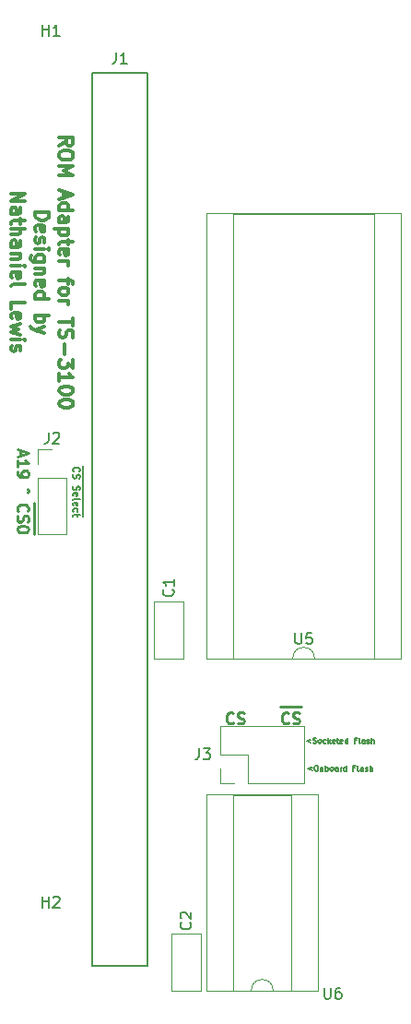
<source format=gto>
G04 #@! TF.GenerationSoftware,KiCad,Pcbnew,5.1.7*
G04 #@! TF.CreationDate,2020-11-27T22:32:44-08:00*
G04 #@! TF.ProjectId,PC104-ROM,50433130-342d-4524-9f4d-2e6b69636164,rev?*
G04 #@! TF.SameCoordinates,Original*
G04 #@! TF.FileFunction,Legend,Top*
G04 #@! TF.FilePolarity,Positive*
%FSLAX46Y46*%
G04 Gerber Fmt 4.6, Leading zero omitted, Abs format (unit mm)*
G04 Created by KiCad (PCBNEW 5.1.7) date 2020-11-27 22:32:44*
%MOMM*%
%LPD*%
G01*
G04 APERTURE LIST*
%ADD10C,0.127000*%
%ADD11C,0.254000*%
%ADD12C,0.300000*%
%ADD13C,0.120000*%
%ADD14C,0.150000*%
G04 APERTURE END LIST*
D10*
X134162800Y-96795166D02*
X134162800Y-97430166D01*
X133313714Y-97309214D02*
X133283476Y-97278976D01*
X133253238Y-97188261D01*
X133253238Y-97127785D01*
X133283476Y-97037071D01*
X133343952Y-96976595D01*
X133404428Y-96946357D01*
X133525380Y-96916119D01*
X133616095Y-96916119D01*
X133737047Y-96946357D01*
X133797523Y-96976595D01*
X133858000Y-97037071D01*
X133888238Y-97127785D01*
X133888238Y-97188261D01*
X133858000Y-97278976D01*
X133827761Y-97309214D01*
X134162800Y-97430166D02*
X134162800Y-98034928D01*
X133283476Y-97551119D02*
X133253238Y-97641833D01*
X133253238Y-97793023D01*
X133283476Y-97853500D01*
X133313714Y-97883738D01*
X133374190Y-97913976D01*
X133434666Y-97913976D01*
X133495142Y-97883738D01*
X133525380Y-97853500D01*
X133555619Y-97793023D01*
X133585857Y-97672071D01*
X133616095Y-97611595D01*
X133646333Y-97581357D01*
X133706809Y-97551119D01*
X133767285Y-97551119D01*
X133827761Y-97581357D01*
X133858000Y-97611595D01*
X133888238Y-97672071D01*
X133888238Y-97823261D01*
X133858000Y-97913976D01*
X134162800Y-98034928D02*
X134162800Y-98518738D01*
X134162800Y-98518738D02*
X134162800Y-99123500D01*
X133283476Y-98639690D02*
X133253238Y-98730404D01*
X133253238Y-98881595D01*
X133283476Y-98942071D01*
X133313714Y-98972309D01*
X133374190Y-99002547D01*
X133434666Y-99002547D01*
X133495142Y-98972309D01*
X133525380Y-98942071D01*
X133555619Y-98881595D01*
X133585857Y-98760642D01*
X133616095Y-98700166D01*
X133646333Y-98669928D01*
X133706809Y-98639690D01*
X133767285Y-98639690D01*
X133827761Y-98669928D01*
X133858000Y-98700166D01*
X133888238Y-98760642D01*
X133888238Y-98911833D01*
X133858000Y-99002547D01*
X134162800Y-99123500D02*
X134162800Y-99667785D01*
X133283476Y-99516595D02*
X133253238Y-99456119D01*
X133253238Y-99335166D01*
X133283476Y-99274690D01*
X133343952Y-99244452D01*
X133585857Y-99244452D01*
X133646333Y-99274690D01*
X133676571Y-99335166D01*
X133676571Y-99456119D01*
X133646333Y-99516595D01*
X133585857Y-99546833D01*
X133525380Y-99546833D01*
X133464904Y-99244452D01*
X134162800Y-99667785D02*
X134162800Y-100000404D01*
X133253238Y-99909690D02*
X133283476Y-99849214D01*
X133343952Y-99818976D01*
X133888238Y-99818976D01*
X134162800Y-100000404D02*
X134162800Y-100544690D01*
X133283476Y-100393500D02*
X133253238Y-100333023D01*
X133253238Y-100212071D01*
X133283476Y-100151595D01*
X133343952Y-100121357D01*
X133585857Y-100121357D01*
X133646333Y-100151595D01*
X133676571Y-100212071D01*
X133676571Y-100333023D01*
X133646333Y-100393500D01*
X133585857Y-100423738D01*
X133525380Y-100423738D01*
X133464904Y-100121357D01*
X134162800Y-100544690D02*
X134162800Y-101088976D01*
X133283476Y-100968023D02*
X133253238Y-100907547D01*
X133253238Y-100786595D01*
X133283476Y-100726119D01*
X133313714Y-100695880D01*
X133374190Y-100665642D01*
X133555619Y-100665642D01*
X133616095Y-100695880D01*
X133646333Y-100726119D01*
X133676571Y-100786595D01*
X133676571Y-100907547D01*
X133646333Y-100968023D01*
X134162800Y-101088976D02*
X134162800Y-101451833D01*
X133676571Y-101149452D02*
X133676571Y-101391357D01*
X133888238Y-101240166D02*
X133343952Y-101240166D01*
X133283476Y-101270404D01*
X133253238Y-101330880D01*
X133253238Y-101391357D01*
X155209119Y-124414642D02*
X154822071Y-124559785D01*
X155209119Y-124704928D01*
X155547785Y-124245309D02*
X155644547Y-124245309D01*
X155692928Y-124269500D01*
X155741309Y-124317880D01*
X155765500Y-124414642D01*
X155765500Y-124583976D01*
X155741309Y-124680738D01*
X155692928Y-124729119D01*
X155644547Y-124753309D01*
X155547785Y-124753309D01*
X155499404Y-124729119D01*
X155451023Y-124680738D01*
X155426833Y-124583976D01*
X155426833Y-124414642D01*
X155451023Y-124317880D01*
X155499404Y-124269500D01*
X155547785Y-124245309D01*
X155983214Y-124414642D02*
X155983214Y-124753309D01*
X155983214Y-124463023D02*
X156007404Y-124438833D01*
X156055785Y-124414642D01*
X156128357Y-124414642D01*
X156176738Y-124438833D01*
X156200928Y-124487214D01*
X156200928Y-124753309D01*
X156442833Y-124753309D02*
X156442833Y-124245309D01*
X156442833Y-124438833D02*
X156491214Y-124414642D01*
X156587976Y-124414642D01*
X156636357Y-124438833D01*
X156660547Y-124463023D01*
X156684738Y-124511404D01*
X156684738Y-124656547D01*
X156660547Y-124704928D01*
X156636357Y-124729119D01*
X156587976Y-124753309D01*
X156491214Y-124753309D01*
X156442833Y-124729119D01*
X156975023Y-124753309D02*
X156926642Y-124729119D01*
X156902452Y-124704928D01*
X156878261Y-124656547D01*
X156878261Y-124511404D01*
X156902452Y-124463023D01*
X156926642Y-124438833D01*
X156975023Y-124414642D01*
X157047595Y-124414642D01*
X157095976Y-124438833D01*
X157120166Y-124463023D01*
X157144357Y-124511404D01*
X157144357Y-124656547D01*
X157120166Y-124704928D01*
X157095976Y-124729119D01*
X157047595Y-124753309D01*
X156975023Y-124753309D01*
X157579785Y-124753309D02*
X157579785Y-124487214D01*
X157555595Y-124438833D01*
X157507214Y-124414642D01*
X157410452Y-124414642D01*
X157362071Y-124438833D01*
X157579785Y-124729119D02*
X157531404Y-124753309D01*
X157410452Y-124753309D01*
X157362071Y-124729119D01*
X157337880Y-124680738D01*
X157337880Y-124632357D01*
X157362071Y-124583976D01*
X157410452Y-124559785D01*
X157531404Y-124559785D01*
X157579785Y-124535595D01*
X157821690Y-124753309D02*
X157821690Y-124414642D01*
X157821690Y-124511404D02*
X157845880Y-124463023D01*
X157870071Y-124438833D01*
X157918452Y-124414642D01*
X157966833Y-124414642D01*
X158353880Y-124753309D02*
X158353880Y-124245309D01*
X158353880Y-124729119D02*
X158305500Y-124753309D01*
X158208738Y-124753309D01*
X158160357Y-124729119D01*
X158136166Y-124704928D01*
X158111976Y-124656547D01*
X158111976Y-124511404D01*
X158136166Y-124463023D01*
X158160357Y-124438833D01*
X158208738Y-124414642D01*
X158305500Y-124414642D01*
X158353880Y-124438833D01*
X159152166Y-124487214D02*
X158982833Y-124487214D01*
X158982833Y-124753309D02*
X158982833Y-124245309D01*
X159224738Y-124245309D01*
X159490833Y-124753309D02*
X159442452Y-124729119D01*
X159418261Y-124680738D01*
X159418261Y-124245309D01*
X159902071Y-124753309D02*
X159902071Y-124487214D01*
X159877880Y-124438833D01*
X159829500Y-124414642D01*
X159732738Y-124414642D01*
X159684357Y-124438833D01*
X159902071Y-124729119D02*
X159853690Y-124753309D01*
X159732738Y-124753309D01*
X159684357Y-124729119D01*
X159660166Y-124680738D01*
X159660166Y-124632357D01*
X159684357Y-124583976D01*
X159732738Y-124559785D01*
X159853690Y-124559785D01*
X159902071Y-124535595D01*
X160119785Y-124729119D02*
X160168166Y-124753309D01*
X160264928Y-124753309D01*
X160313309Y-124729119D01*
X160337500Y-124680738D01*
X160337500Y-124656547D01*
X160313309Y-124608166D01*
X160264928Y-124583976D01*
X160192357Y-124583976D01*
X160143976Y-124559785D01*
X160119785Y-124511404D01*
X160119785Y-124487214D01*
X160143976Y-124438833D01*
X160192357Y-124414642D01*
X160264928Y-124414642D01*
X160313309Y-124438833D01*
X160555214Y-124753309D02*
X160555214Y-124245309D01*
X160772928Y-124753309D02*
X160772928Y-124487214D01*
X160748738Y-124438833D01*
X160700357Y-124414642D01*
X160627785Y-124414642D01*
X160579404Y-124438833D01*
X160555214Y-124463023D01*
X155076071Y-121874642D02*
X154689023Y-122019785D01*
X155076071Y-122164928D01*
X155293785Y-122189119D02*
X155366357Y-122213309D01*
X155487309Y-122213309D01*
X155535690Y-122189119D01*
X155559880Y-122164928D01*
X155584071Y-122116547D01*
X155584071Y-122068166D01*
X155559880Y-122019785D01*
X155535690Y-121995595D01*
X155487309Y-121971404D01*
X155390547Y-121947214D01*
X155342166Y-121923023D01*
X155317976Y-121898833D01*
X155293785Y-121850452D01*
X155293785Y-121802071D01*
X155317976Y-121753690D01*
X155342166Y-121729500D01*
X155390547Y-121705309D01*
X155511500Y-121705309D01*
X155584071Y-121729500D01*
X155874357Y-122213309D02*
X155825976Y-122189119D01*
X155801785Y-122164928D01*
X155777595Y-122116547D01*
X155777595Y-121971404D01*
X155801785Y-121923023D01*
X155825976Y-121898833D01*
X155874357Y-121874642D01*
X155946928Y-121874642D01*
X155995309Y-121898833D01*
X156019500Y-121923023D01*
X156043690Y-121971404D01*
X156043690Y-122116547D01*
X156019500Y-122164928D01*
X155995309Y-122189119D01*
X155946928Y-122213309D01*
X155874357Y-122213309D01*
X156479119Y-122189119D02*
X156430738Y-122213309D01*
X156333976Y-122213309D01*
X156285595Y-122189119D01*
X156261404Y-122164928D01*
X156237214Y-122116547D01*
X156237214Y-121971404D01*
X156261404Y-121923023D01*
X156285595Y-121898833D01*
X156333976Y-121874642D01*
X156430738Y-121874642D01*
X156479119Y-121898833D01*
X156696833Y-122213309D02*
X156696833Y-121705309D01*
X156745214Y-122019785D02*
X156890357Y-122213309D01*
X156890357Y-121874642D02*
X156696833Y-122068166D01*
X157301595Y-122189119D02*
X157253214Y-122213309D01*
X157156452Y-122213309D01*
X157108071Y-122189119D01*
X157083880Y-122140738D01*
X157083880Y-121947214D01*
X157108071Y-121898833D01*
X157156452Y-121874642D01*
X157253214Y-121874642D01*
X157301595Y-121898833D01*
X157325785Y-121947214D01*
X157325785Y-121995595D01*
X157083880Y-122043976D01*
X157470928Y-121874642D02*
X157664452Y-121874642D01*
X157543500Y-121705309D02*
X157543500Y-122140738D01*
X157567690Y-122189119D01*
X157616071Y-122213309D01*
X157664452Y-122213309D01*
X158027309Y-122189119D02*
X157978928Y-122213309D01*
X157882166Y-122213309D01*
X157833785Y-122189119D01*
X157809595Y-122140738D01*
X157809595Y-121947214D01*
X157833785Y-121898833D01*
X157882166Y-121874642D01*
X157978928Y-121874642D01*
X158027309Y-121898833D01*
X158051500Y-121947214D01*
X158051500Y-121995595D01*
X157809595Y-122043976D01*
X158486928Y-122213309D02*
X158486928Y-121705309D01*
X158486928Y-122189119D02*
X158438547Y-122213309D01*
X158341785Y-122213309D01*
X158293404Y-122189119D01*
X158269214Y-122164928D01*
X158245023Y-122116547D01*
X158245023Y-121971404D01*
X158269214Y-121923023D01*
X158293404Y-121898833D01*
X158341785Y-121874642D01*
X158438547Y-121874642D01*
X158486928Y-121898833D01*
X159285214Y-121947214D02*
X159115880Y-121947214D01*
X159115880Y-122213309D02*
X159115880Y-121705309D01*
X159357785Y-121705309D01*
X159623880Y-122213309D02*
X159575500Y-122189119D01*
X159551309Y-122140738D01*
X159551309Y-121705309D01*
X160035119Y-122213309D02*
X160035119Y-121947214D01*
X160010928Y-121898833D01*
X159962547Y-121874642D01*
X159865785Y-121874642D01*
X159817404Y-121898833D01*
X160035119Y-122189119D02*
X159986738Y-122213309D01*
X159865785Y-122213309D01*
X159817404Y-122189119D01*
X159793214Y-122140738D01*
X159793214Y-122092357D01*
X159817404Y-122043976D01*
X159865785Y-122019785D01*
X159986738Y-122019785D01*
X160035119Y-121995595D01*
X160252833Y-122189119D02*
X160301214Y-122213309D01*
X160397976Y-122213309D01*
X160446357Y-122189119D01*
X160470547Y-122140738D01*
X160470547Y-122116547D01*
X160446357Y-122068166D01*
X160397976Y-122043976D01*
X160325404Y-122043976D01*
X160277023Y-122019785D01*
X160252833Y-121971404D01*
X160252833Y-121947214D01*
X160277023Y-121898833D01*
X160325404Y-121874642D01*
X160397976Y-121874642D01*
X160446357Y-121898833D01*
X160688261Y-122213309D02*
X160688261Y-121705309D01*
X160905976Y-122213309D02*
X160905976Y-121947214D01*
X160881785Y-121898833D01*
X160833404Y-121874642D01*
X160760833Y-121874642D01*
X160712452Y-121898833D01*
X160688261Y-121923023D01*
D11*
X147976166Y-120314357D02*
X147927785Y-120362738D01*
X147782642Y-120411119D01*
X147685880Y-120411119D01*
X147540738Y-120362738D01*
X147443976Y-120265976D01*
X147395595Y-120169214D01*
X147347214Y-119975690D01*
X147347214Y-119830547D01*
X147395595Y-119637023D01*
X147443976Y-119540261D01*
X147540738Y-119443500D01*
X147685880Y-119395119D01*
X147782642Y-119395119D01*
X147927785Y-119443500D01*
X147976166Y-119491880D01*
X148363214Y-120362738D02*
X148508357Y-120411119D01*
X148750261Y-120411119D01*
X148847023Y-120362738D01*
X148895404Y-120314357D01*
X148943785Y-120217595D01*
X148943785Y-120120833D01*
X148895404Y-120024071D01*
X148847023Y-119975690D01*
X148750261Y-119927309D01*
X148556738Y-119878928D01*
X148459976Y-119830547D01*
X148411595Y-119782166D01*
X148363214Y-119685404D01*
X148363214Y-119588642D01*
X148411595Y-119491880D01*
X148459976Y-119443500D01*
X148556738Y-119395119D01*
X148798642Y-119395119D01*
X148943785Y-119443500D01*
X152233690Y-118889780D02*
X153249690Y-118889780D01*
X153056166Y-120314357D02*
X153007785Y-120362738D01*
X152862642Y-120411119D01*
X152765880Y-120411119D01*
X152620738Y-120362738D01*
X152523976Y-120265976D01*
X152475595Y-120169214D01*
X152427214Y-119975690D01*
X152427214Y-119830547D01*
X152475595Y-119637023D01*
X152523976Y-119540261D01*
X152620738Y-119443500D01*
X152765880Y-119395119D01*
X152862642Y-119395119D01*
X153007785Y-119443500D01*
X153056166Y-119491880D01*
X153249690Y-118889780D02*
X154217309Y-118889780D01*
X153443214Y-120362738D02*
X153588357Y-120411119D01*
X153830261Y-120411119D01*
X153927023Y-120362738D01*
X153975404Y-120314357D01*
X154023785Y-120217595D01*
X154023785Y-120120833D01*
X153975404Y-120024071D01*
X153927023Y-119975690D01*
X153830261Y-119927309D01*
X153636738Y-119878928D01*
X153539976Y-119830547D01*
X153491595Y-119782166D01*
X153443214Y-119685404D01*
X153443214Y-119588642D01*
X153491595Y-119491880D01*
X153539976Y-119443500D01*
X153636738Y-119395119D01*
X153878642Y-119395119D01*
X154023785Y-119443500D01*
X128418166Y-95373976D02*
X128418166Y-95857785D01*
X128127880Y-95277214D02*
X129143880Y-95615880D01*
X128127880Y-95954547D01*
X128127880Y-96825404D02*
X128127880Y-96244833D01*
X128127880Y-96535119D02*
X129143880Y-96535119D01*
X128998738Y-96438357D01*
X128901976Y-96341595D01*
X128853595Y-96244833D01*
X128127880Y-97309214D02*
X128127880Y-97502738D01*
X128176261Y-97599500D01*
X128224642Y-97647880D01*
X128369785Y-97744642D01*
X128563309Y-97793023D01*
X128950357Y-97793023D01*
X129047119Y-97744642D01*
X129095500Y-97696261D01*
X129143880Y-97599500D01*
X129143880Y-97405976D01*
X129095500Y-97309214D01*
X129047119Y-97260833D01*
X128950357Y-97212452D01*
X128708452Y-97212452D01*
X128611690Y-97260833D01*
X128563309Y-97309214D01*
X128514928Y-97405976D01*
X128514928Y-97599500D01*
X128563309Y-97696261D01*
X128611690Y-97744642D01*
X128708452Y-97793023D01*
X129047119Y-98857404D02*
X129192261Y-99050928D01*
X129047119Y-99244452D01*
X129649220Y-100115309D02*
X129649220Y-101131309D01*
X128224642Y-100937785D02*
X128176261Y-100889404D01*
X128127880Y-100744261D01*
X128127880Y-100647500D01*
X128176261Y-100502357D01*
X128273023Y-100405595D01*
X128369785Y-100357214D01*
X128563309Y-100308833D01*
X128708452Y-100308833D01*
X128901976Y-100357214D01*
X128998738Y-100405595D01*
X129095500Y-100502357D01*
X129143880Y-100647500D01*
X129143880Y-100744261D01*
X129095500Y-100889404D01*
X129047119Y-100937785D01*
X129649220Y-101131309D02*
X129649220Y-102098928D01*
X128176261Y-101324833D02*
X128127880Y-101469976D01*
X128127880Y-101711880D01*
X128176261Y-101808642D01*
X128224642Y-101857023D01*
X128321404Y-101905404D01*
X128418166Y-101905404D01*
X128514928Y-101857023D01*
X128563309Y-101808642D01*
X128611690Y-101711880D01*
X128660071Y-101518357D01*
X128708452Y-101421595D01*
X128756833Y-101373214D01*
X128853595Y-101324833D01*
X128950357Y-101324833D01*
X129047119Y-101373214D01*
X129095500Y-101421595D01*
X129143880Y-101518357D01*
X129143880Y-101760261D01*
X129095500Y-101905404D01*
X129649220Y-102098928D02*
X129649220Y-103066547D01*
X129143880Y-102534357D02*
X129143880Y-102631119D01*
X129095500Y-102727880D01*
X129047119Y-102776261D01*
X128950357Y-102824642D01*
X128756833Y-102873023D01*
X128514928Y-102873023D01*
X128321404Y-102824642D01*
X128224642Y-102776261D01*
X128176261Y-102727880D01*
X128127880Y-102631119D01*
X128127880Y-102534357D01*
X128176261Y-102437595D01*
X128224642Y-102389214D01*
X128321404Y-102340833D01*
X128514928Y-102292452D01*
X128756833Y-102292452D01*
X128950357Y-102340833D01*
X129047119Y-102389214D01*
X129095500Y-102437595D01*
X129143880Y-102534357D01*
D12*
X131995976Y-67352333D02*
X132600738Y-66929000D01*
X131995976Y-66626619D02*
X133265976Y-66626619D01*
X133265976Y-67110428D01*
X133205500Y-67231380D01*
X133145023Y-67291857D01*
X133024071Y-67352333D01*
X132842642Y-67352333D01*
X132721690Y-67291857D01*
X132661214Y-67231380D01*
X132600738Y-67110428D01*
X132600738Y-66626619D01*
X133265976Y-68138523D02*
X133265976Y-68380428D01*
X133205500Y-68501380D01*
X133084547Y-68622333D01*
X132842642Y-68682809D01*
X132419309Y-68682809D01*
X132177404Y-68622333D01*
X132056452Y-68501380D01*
X131995976Y-68380428D01*
X131995976Y-68138523D01*
X132056452Y-68017571D01*
X132177404Y-67896619D01*
X132419309Y-67836142D01*
X132842642Y-67836142D01*
X133084547Y-67896619D01*
X133205500Y-68017571D01*
X133265976Y-68138523D01*
X131995976Y-69227095D02*
X133265976Y-69227095D01*
X132358833Y-69650428D01*
X133265976Y-70073761D01*
X131995976Y-70073761D01*
X132358833Y-71585666D02*
X132358833Y-72190428D01*
X131995976Y-71464714D02*
X133265976Y-71888047D01*
X131995976Y-72311380D01*
X131995976Y-73279000D02*
X133265976Y-73279000D01*
X132056452Y-73279000D02*
X131995976Y-73158047D01*
X131995976Y-72916142D01*
X132056452Y-72795190D01*
X132116928Y-72734714D01*
X132237880Y-72674238D01*
X132600738Y-72674238D01*
X132721690Y-72734714D01*
X132782166Y-72795190D01*
X132842642Y-72916142D01*
X132842642Y-73158047D01*
X132782166Y-73279000D01*
X131995976Y-74428047D02*
X132661214Y-74428047D01*
X132782166Y-74367571D01*
X132842642Y-74246619D01*
X132842642Y-74004714D01*
X132782166Y-73883761D01*
X132056452Y-74428047D02*
X131995976Y-74307095D01*
X131995976Y-74004714D01*
X132056452Y-73883761D01*
X132177404Y-73823285D01*
X132298357Y-73823285D01*
X132419309Y-73883761D01*
X132479785Y-74004714D01*
X132479785Y-74307095D01*
X132540261Y-74428047D01*
X132842642Y-75032809D02*
X131572642Y-75032809D01*
X132782166Y-75032809D02*
X132842642Y-75153761D01*
X132842642Y-75395666D01*
X132782166Y-75516619D01*
X132721690Y-75577095D01*
X132600738Y-75637571D01*
X132237880Y-75637571D01*
X132116928Y-75577095D01*
X132056452Y-75516619D01*
X131995976Y-75395666D01*
X131995976Y-75153761D01*
X132056452Y-75032809D01*
X132842642Y-76000428D02*
X132842642Y-76484238D01*
X133265976Y-76181857D02*
X132177404Y-76181857D01*
X132056452Y-76242333D01*
X131995976Y-76363285D01*
X131995976Y-76484238D01*
X132056452Y-77391380D02*
X131995976Y-77270428D01*
X131995976Y-77028523D01*
X132056452Y-76907571D01*
X132177404Y-76847095D01*
X132661214Y-76847095D01*
X132782166Y-76907571D01*
X132842642Y-77028523D01*
X132842642Y-77270428D01*
X132782166Y-77391380D01*
X132661214Y-77451857D01*
X132540261Y-77451857D01*
X132419309Y-76847095D01*
X131995976Y-77996142D02*
X132842642Y-77996142D01*
X132600738Y-77996142D02*
X132721690Y-78056619D01*
X132782166Y-78117095D01*
X132842642Y-78238047D01*
X132842642Y-78359000D01*
X132842642Y-79568523D02*
X132842642Y-80052333D01*
X131995976Y-79749952D02*
X133084547Y-79749952D01*
X133205500Y-79810428D01*
X133265976Y-79931380D01*
X133265976Y-80052333D01*
X131995976Y-80657095D02*
X132056452Y-80536142D01*
X132116928Y-80475666D01*
X132237880Y-80415190D01*
X132600738Y-80415190D01*
X132721690Y-80475666D01*
X132782166Y-80536142D01*
X132842642Y-80657095D01*
X132842642Y-80838523D01*
X132782166Y-80959476D01*
X132721690Y-81019952D01*
X132600738Y-81080428D01*
X132237880Y-81080428D01*
X132116928Y-81019952D01*
X132056452Y-80959476D01*
X131995976Y-80838523D01*
X131995976Y-80657095D01*
X131995976Y-81624714D02*
X132842642Y-81624714D01*
X132600738Y-81624714D02*
X132721690Y-81685190D01*
X132782166Y-81745666D01*
X132842642Y-81866619D01*
X132842642Y-81987571D01*
X133265976Y-83197095D02*
X133265976Y-83922809D01*
X131995976Y-83559952D02*
X133265976Y-83559952D01*
X132056452Y-84285666D02*
X131995976Y-84467095D01*
X131995976Y-84769476D01*
X132056452Y-84890428D01*
X132116928Y-84950904D01*
X132237880Y-85011380D01*
X132358833Y-85011380D01*
X132479785Y-84950904D01*
X132540261Y-84890428D01*
X132600738Y-84769476D01*
X132661214Y-84527571D01*
X132721690Y-84406619D01*
X132782166Y-84346142D01*
X132903119Y-84285666D01*
X133024071Y-84285666D01*
X133145023Y-84346142D01*
X133205500Y-84406619D01*
X133265976Y-84527571D01*
X133265976Y-84829952D01*
X133205500Y-85011380D01*
X132479785Y-85555666D02*
X132479785Y-86523285D01*
X133265976Y-87007095D02*
X133265976Y-87793285D01*
X132782166Y-87369952D01*
X132782166Y-87551380D01*
X132721690Y-87672333D01*
X132661214Y-87732809D01*
X132540261Y-87793285D01*
X132237880Y-87793285D01*
X132116928Y-87732809D01*
X132056452Y-87672333D01*
X131995976Y-87551380D01*
X131995976Y-87188523D01*
X132056452Y-87067571D01*
X132116928Y-87007095D01*
X131995976Y-89002809D02*
X131995976Y-88277095D01*
X131995976Y-88639952D02*
X133265976Y-88639952D01*
X133084547Y-88519000D01*
X132963595Y-88398047D01*
X132903119Y-88277095D01*
X133265976Y-89789000D02*
X133265976Y-89909952D01*
X133205500Y-90030904D01*
X133145023Y-90091380D01*
X133024071Y-90151857D01*
X132782166Y-90212333D01*
X132479785Y-90212333D01*
X132237880Y-90151857D01*
X132116928Y-90091380D01*
X132056452Y-90030904D01*
X131995976Y-89909952D01*
X131995976Y-89789000D01*
X132056452Y-89668047D01*
X132116928Y-89607571D01*
X132237880Y-89547095D01*
X132479785Y-89486619D01*
X132782166Y-89486619D01*
X133024071Y-89547095D01*
X133145023Y-89607571D01*
X133205500Y-89668047D01*
X133265976Y-89789000D01*
X133265976Y-90998523D02*
X133265976Y-91119476D01*
X133205500Y-91240428D01*
X133145023Y-91300904D01*
X133024071Y-91361380D01*
X132782166Y-91421857D01*
X132479785Y-91421857D01*
X132237880Y-91361380D01*
X132116928Y-91300904D01*
X132056452Y-91240428D01*
X131995976Y-91119476D01*
X131995976Y-90998523D01*
X132056452Y-90877571D01*
X132116928Y-90817095D01*
X132237880Y-90756619D01*
X132479785Y-90696142D01*
X132782166Y-90696142D01*
X133024071Y-90756619D01*
X133145023Y-90817095D01*
X133205500Y-90877571D01*
X133265976Y-90998523D01*
X129790976Y-73490666D02*
X131060976Y-73490666D01*
X131060976Y-73793047D01*
X131000500Y-73974476D01*
X130879547Y-74095428D01*
X130758595Y-74155904D01*
X130516690Y-74216380D01*
X130335261Y-74216380D01*
X130093357Y-74155904D01*
X129972404Y-74095428D01*
X129851452Y-73974476D01*
X129790976Y-73793047D01*
X129790976Y-73490666D01*
X129851452Y-75244476D02*
X129790976Y-75123523D01*
X129790976Y-74881619D01*
X129851452Y-74760666D01*
X129972404Y-74700190D01*
X130456214Y-74700190D01*
X130577166Y-74760666D01*
X130637642Y-74881619D01*
X130637642Y-75123523D01*
X130577166Y-75244476D01*
X130456214Y-75304952D01*
X130335261Y-75304952D01*
X130214309Y-74700190D01*
X129851452Y-75788761D02*
X129790976Y-75909714D01*
X129790976Y-76151619D01*
X129851452Y-76272571D01*
X129972404Y-76333047D01*
X130032880Y-76333047D01*
X130153833Y-76272571D01*
X130214309Y-76151619D01*
X130214309Y-75970190D01*
X130274785Y-75849238D01*
X130395738Y-75788761D01*
X130456214Y-75788761D01*
X130577166Y-75849238D01*
X130637642Y-75970190D01*
X130637642Y-76151619D01*
X130577166Y-76272571D01*
X129790976Y-76877333D02*
X130637642Y-76877333D01*
X131060976Y-76877333D02*
X131000500Y-76816857D01*
X130940023Y-76877333D01*
X131000500Y-76937809D01*
X131060976Y-76877333D01*
X130940023Y-76877333D01*
X130637642Y-78026380D02*
X129609547Y-78026380D01*
X129488595Y-77965904D01*
X129428119Y-77905428D01*
X129367642Y-77784476D01*
X129367642Y-77603047D01*
X129428119Y-77482095D01*
X129851452Y-78026380D02*
X129790976Y-77905428D01*
X129790976Y-77663523D01*
X129851452Y-77542571D01*
X129911928Y-77482095D01*
X130032880Y-77421619D01*
X130395738Y-77421619D01*
X130516690Y-77482095D01*
X130577166Y-77542571D01*
X130637642Y-77663523D01*
X130637642Y-77905428D01*
X130577166Y-78026380D01*
X130637642Y-78631142D02*
X129790976Y-78631142D01*
X130516690Y-78631142D02*
X130577166Y-78691619D01*
X130637642Y-78812571D01*
X130637642Y-78994000D01*
X130577166Y-79114952D01*
X130456214Y-79175428D01*
X129790976Y-79175428D01*
X129851452Y-80264000D02*
X129790976Y-80143047D01*
X129790976Y-79901142D01*
X129851452Y-79780190D01*
X129972404Y-79719714D01*
X130456214Y-79719714D01*
X130577166Y-79780190D01*
X130637642Y-79901142D01*
X130637642Y-80143047D01*
X130577166Y-80264000D01*
X130456214Y-80324476D01*
X130335261Y-80324476D01*
X130214309Y-79719714D01*
X129790976Y-81413047D02*
X131060976Y-81413047D01*
X129851452Y-81413047D02*
X129790976Y-81292095D01*
X129790976Y-81050190D01*
X129851452Y-80929238D01*
X129911928Y-80868761D01*
X130032880Y-80808285D01*
X130395738Y-80808285D01*
X130516690Y-80868761D01*
X130577166Y-80929238D01*
X130637642Y-81050190D01*
X130637642Y-81292095D01*
X130577166Y-81413047D01*
X129790976Y-82985428D02*
X131060976Y-82985428D01*
X130577166Y-82985428D02*
X130637642Y-83106380D01*
X130637642Y-83348285D01*
X130577166Y-83469238D01*
X130516690Y-83529714D01*
X130395738Y-83590190D01*
X130032880Y-83590190D01*
X129911928Y-83529714D01*
X129851452Y-83469238D01*
X129790976Y-83348285D01*
X129790976Y-83106380D01*
X129851452Y-82985428D01*
X130637642Y-84013523D02*
X129790976Y-84315904D01*
X130637642Y-84618285D02*
X129790976Y-84315904D01*
X129488595Y-84194952D01*
X129428119Y-84134476D01*
X129367642Y-84013523D01*
X127585976Y-71767095D02*
X128855976Y-71767095D01*
X127585976Y-72492809D01*
X128855976Y-72492809D01*
X127585976Y-73641857D02*
X128251214Y-73641857D01*
X128372166Y-73581380D01*
X128432642Y-73460428D01*
X128432642Y-73218523D01*
X128372166Y-73097571D01*
X127646452Y-73641857D02*
X127585976Y-73520904D01*
X127585976Y-73218523D01*
X127646452Y-73097571D01*
X127767404Y-73037095D01*
X127888357Y-73037095D01*
X128009309Y-73097571D01*
X128069785Y-73218523D01*
X128069785Y-73520904D01*
X128130261Y-73641857D01*
X128432642Y-74065190D02*
X128432642Y-74549000D01*
X128855976Y-74246619D02*
X127767404Y-74246619D01*
X127646452Y-74307095D01*
X127585976Y-74428047D01*
X127585976Y-74549000D01*
X127585976Y-74972333D02*
X128855976Y-74972333D01*
X127585976Y-75516619D02*
X128251214Y-75516619D01*
X128372166Y-75456142D01*
X128432642Y-75335190D01*
X128432642Y-75153761D01*
X128372166Y-75032809D01*
X128311690Y-74972333D01*
X127585976Y-76665666D02*
X128251214Y-76665666D01*
X128372166Y-76605190D01*
X128432642Y-76484238D01*
X128432642Y-76242333D01*
X128372166Y-76121380D01*
X127646452Y-76665666D02*
X127585976Y-76544714D01*
X127585976Y-76242333D01*
X127646452Y-76121380D01*
X127767404Y-76060904D01*
X127888357Y-76060904D01*
X128009309Y-76121380D01*
X128069785Y-76242333D01*
X128069785Y-76544714D01*
X128130261Y-76665666D01*
X128432642Y-77270428D02*
X127585976Y-77270428D01*
X128311690Y-77270428D02*
X128372166Y-77330904D01*
X128432642Y-77451857D01*
X128432642Y-77633285D01*
X128372166Y-77754238D01*
X128251214Y-77814714D01*
X127585976Y-77814714D01*
X127585976Y-78419476D02*
X128432642Y-78419476D01*
X128855976Y-78419476D02*
X128795500Y-78359000D01*
X128735023Y-78419476D01*
X128795500Y-78479952D01*
X128855976Y-78419476D01*
X128735023Y-78419476D01*
X127646452Y-79508047D02*
X127585976Y-79387095D01*
X127585976Y-79145190D01*
X127646452Y-79024238D01*
X127767404Y-78963761D01*
X128251214Y-78963761D01*
X128372166Y-79024238D01*
X128432642Y-79145190D01*
X128432642Y-79387095D01*
X128372166Y-79508047D01*
X128251214Y-79568523D01*
X128130261Y-79568523D01*
X128009309Y-78963761D01*
X127585976Y-80294238D02*
X127646452Y-80173285D01*
X127767404Y-80112809D01*
X128855976Y-80112809D01*
X127585976Y-82350428D02*
X127585976Y-81745666D01*
X128855976Y-81745666D01*
X127646452Y-83257571D02*
X127585976Y-83136619D01*
X127585976Y-82894714D01*
X127646452Y-82773761D01*
X127767404Y-82713285D01*
X128251214Y-82713285D01*
X128372166Y-82773761D01*
X128432642Y-82894714D01*
X128432642Y-83136619D01*
X128372166Y-83257571D01*
X128251214Y-83318047D01*
X128130261Y-83318047D01*
X128009309Y-82713285D01*
X128432642Y-83741380D02*
X127585976Y-83983285D01*
X128190738Y-84225190D01*
X127585976Y-84467095D01*
X128432642Y-84709000D01*
X127585976Y-85192809D02*
X128432642Y-85192809D01*
X128855976Y-85192809D02*
X128795500Y-85132333D01*
X128735023Y-85192809D01*
X128795500Y-85253285D01*
X128855976Y-85192809D01*
X128735023Y-85192809D01*
X127646452Y-85737095D02*
X127585976Y-85858047D01*
X127585976Y-86099952D01*
X127646452Y-86220904D01*
X127767404Y-86281380D01*
X127827880Y-86281380D01*
X127948833Y-86220904D01*
X128009309Y-86099952D01*
X128009309Y-85918523D01*
X128069785Y-85797571D01*
X128190738Y-85737095D01*
X128251214Y-85737095D01*
X128372166Y-85797571D01*
X128432642Y-85918523D01*
X128432642Y-86099952D01*
X128372166Y-86220904D01*
D13*
X142267000Y-144943500D02*
X142267000Y-139703500D01*
X145007000Y-144943500D02*
X145007000Y-139703500D01*
X142267000Y-144943500D02*
X145007000Y-144943500D01*
X142267000Y-139703500D02*
X145007000Y-139703500D01*
X140679500Y-114487000D02*
X140679500Y-109247000D01*
X143419500Y-114487000D02*
X143419500Y-109247000D01*
X140679500Y-114487000D02*
X143419500Y-114487000D01*
X140679500Y-109247000D02*
X143419500Y-109247000D01*
X129988000Y-95253500D02*
X131318000Y-95253500D01*
X129988000Y-96583500D02*
X129988000Y-95253500D01*
X129988000Y-97853500D02*
X132648000Y-97853500D01*
X132648000Y-97853500D02*
X132648000Y-102993500D01*
X129988000Y-97853500D02*
X129988000Y-102993500D01*
X129988000Y-102993500D02*
X132648000Y-102993500D01*
X146752000Y-125853500D02*
X146752000Y-124523500D01*
X148082000Y-125853500D02*
X146752000Y-125853500D01*
X146752000Y-123253500D02*
X146752000Y-120653500D01*
X149352000Y-123253500D02*
X146752000Y-123253500D01*
X149352000Y-125853500D02*
X149352000Y-123253500D01*
X146752000Y-120653500D02*
X154492000Y-120653500D01*
X149352000Y-125853500D02*
X154492000Y-125853500D01*
X154492000Y-125853500D02*
X154492000Y-120653500D01*
X145482000Y-144963500D02*
X155762000Y-144963500D01*
X145482000Y-126943500D02*
X145482000Y-144963500D01*
X155762000Y-126943500D02*
X145482000Y-126943500D01*
X155762000Y-144963500D02*
X155762000Y-126943500D01*
X147972000Y-144903500D02*
X149622000Y-144903500D01*
X147972000Y-127003500D02*
X147972000Y-144903500D01*
X153272000Y-127003500D02*
X147972000Y-127003500D01*
X153272000Y-144903500D02*
X153272000Y-127003500D01*
X151622000Y-144903500D02*
X153272000Y-144903500D01*
X149622000Y-144903500D02*
G75*
G02*
X151622000Y-144903500I1000000J0D01*
G01*
X145482000Y-114483500D02*
X163382000Y-114483500D01*
X145482000Y-73603500D02*
X145482000Y-114483500D01*
X163382000Y-73603500D02*
X145482000Y-73603500D01*
X163382000Y-114483500D02*
X163382000Y-73603500D01*
X147972000Y-114423500D02*
X153432000Y-114423500D01*
X147972000Y-73663500D02*
X147972000Y-114423500D01*
X160892000Y-73663500D02*
X147972000Y-73663500D01*
X160892000Y-114423500D02*
X160892000Y-73663500D01*
X155432000Y-114423500D02*
X160892000Y-114423500D01*
X153432000Y-114423500D02*
G75*
G02*
X155432000Y-114423500I1000000J0D01*
G01*
D14*
X140041000Y-60693500D02*
X135041000Y-60693500D01*
X140041000Y-142633500D02*
X140041000Y-60693500D01*
X135041000Y-142633500D02*
X135041000Y-60693500D01*
X140041000Y-142633500D02*
X135041000Y-142633500D01*
X143994142Y-138660166D02*
X144041761Y-138707785D01*
X144089380Y-138850642D01*
X144089380Y-138945880D01*
X144041761Y-139088738D01*
X143946523Y-139183976D01*
X143851285Y-139231595D01*
X143660809Y-139279214D01*
X143517952Y-139279214D01*
X143327476Y-139231595D01*
X143232238Y-139183976D01*
X143137000Y-139088738D01*
X143089380Y-138945880D01*
X143089380Y-138850642D01*
X143137000Y-138707785D01*
X143184619Y-138660166D01*
X143184619Y-138279214D02*
X143137000Y-138231595D01*
X143089380Y-138136357D01*
X143089380Y-137898261D01*
X143137000Y-137803023D01*
X143184619Y-137755404D01*
X143279857Y-137707785D01*
X143375095Y-137707785D01*
X143517952Y-137755404D01*
X144089380Y-138326833D01*
X144089380Y-137707785D01*
X142406642Y-108116666D02*
X142454261Y-108164285D01*
X142501880Y-108307142D01*
X142501880Y-108402380D01*
X142454261Y-108545238D01*
X142359023Y-108640476D01*
X142263785Y-108688095D01*
X142073309Y-108735714D01*
X141930452Y-108735714D01*
X141739976Y-108688095D01*
X141644738Y-108640476D01*
X141549500Y-108545238D01*
X141501880Y-108402380D01*
X141501880Y-108307142D01*
X141549500Y-108164285D01*
X141597119Y-108116666D01*
X142501880Y-107164285D02*
X142501880Y-107735714D01*
X142501880Y-107450000D02*
X141501880Y-107450000D01*
X141644738Y-107545238D01*
X141739976Y-107640476D01*
X141787595Y-107735714D01*
X130984666Y-93705880D02*
X130984666Y-94420166D01*
X130937047Y-94563023D01*
X130841809Y-94658261D01*
X130698952Y-94705880D01*
X130603714Y-94705880D01*
X131413238Y-93801119D02*
X131460857Y-93753500D01*
X131556095Y-93705880D01*
X131794190Y-93705880D01*
X131889428Y-93753500D01*
X131937047Y-93801119D01*
X131984666Y-93896357D01*
X131984666Y-93991595D01*
X131937047Y-94134452D01*
X131365619Y-94705880D01*
X131984666Y-94705880D01*
X144827666Y-122705880D02*
X144827666Y-123420166D01*
X144780047Y-123563023D01*
X144684809Y-123658261D01*
X144541952Y-123705880D01*
X144446714Y-123705880D01*
X145208619Y-122705880D02*
X145827666Y-122705880D01*
X145494333Y-123086833D01*
X145637190Y-123086833D01*
X145732428Y-123134452D01*
X145780047Y-123182071D01*
X145827666Y-123277309D01*
X145827666Y-123515404D01*
X145780047Y-123610642D01*
X145732428Y-123658261D01*
X145637190Y-123705880D01*
X145351476Y-123705880D01*
X145256238Y-123658261D01*
X145208619Y-123610642D01*
X156337095Y-144676880D02*
X156337095Y-145486404D01*
X156384714Y-145581642D01*
X156432333Y-145629261D01*
X156527571Y-145676880D01*
X156718047Y-145676880D01*
X156813285Y-145629261D01*
X156860904Y-145581642D01*
X156908523Y-145486404D01*
X156908523Y-144676880D01*
X157813285Y-144676880D02*
X157622809Y-144676880D01*
X157527571Y-144724500D01*
X157479952Y-144772119D01*
X157384714Y-144914976D01*
X157337095Y-145105452D01*
X157337095Y-145486404D01*
X157384714Y-145581642D01*
X157432333Y-145629261D01*
X157527571Y-145676880D01*
X157718047Y-145676880D01*
X157813285Y-145629261D01*
X157860904Y-145581642D01*
X157908523Y-145486404D01*
X157908523Y-145248309D01*
X157860904Y-145153071D01*
X157813285Y-145105452D01*
X157718047Y-145057833D01*
X157527571Y-145057833D01*
X157432333Y-145105452D01*
X157384714Y-145153071D01*
X157337095Y-145248309D01*
X153670095Y-112101380D02*
X153670095Y-112910904D01*
X153717714Y-113006142D01*
X153765333Y-113053761D01*
X153860571Y-113101380D01*
X154051047Y-113101380D01*
X154146285Y-113053761D01*
X154193904Y-113006142D01*
X154241523Y-112910904D01*
X154241523Y-112101380D01*
X155193904Y-112101380D02*
X154717714Y-112101380D01*
X154670095Y-112577571D01*
X154717714Y-112529952D01*
X154812952Y-112482333D01*
X155051047Y-112482333D01*
X155146285Y-112529952D01*
X155193904Y-112577571D01*
X155241523Y-112672809D01*
X155241523Y-112910904D01*
X155193904Y-113006142D01*
X155146285Y-113053761D01*
X155051047Y-113101380D01*
X154812952Y-113101380D01*
X154717714Y-113053761D01*
X154670095Y-113006142D01*
X130429095Y-57275880D02*
X130429095Y-56275880D01*
X130429095Y-56752071D02*
X131000523Y-56752071D01*
X131000523Y-57275880D02*
X131000523Y-56275880D01*
X132000523Y-57275880D02*
X131429095Y-57275880D01*
X131714809Y-57275880D02*
X131714809Y-56275880D01*
X131619571Y-56418738D01*
X131524333Y-56513976D01*
X131429095Y-56561595D01*
X130429095Y-137285880D02*
X130429095Y-136285880D01*
X130429095Y-136762071D02*
X131000523Y-136762071D01*
X131000523Y-137285880D02*
X131000523Y-136285880D01*
X131429095Y-136381119D02*
X131476714Y-136333500D01*
X131571952Y-136285880D01*
X131810047Y-136285880D01*
X131905285Y-136333500D01*
X131952904Y-136381119D01*
X132000523Y-136476357D01*
X132000523Y-136571595D01*
X131952904Y-136714452D01*
X131381476Y-137285880D01*
X132000523Y-137285880D01*
X137207666Y-58824880D02*
X137207666Y-59539166D01*
X137160047Y-59682023D01*
X137064809Y-59777261D01*
X136921952Y-59824880D01*
X136826714Y-59824880D01*
X138207666Y-59824880D02*
X137636238Y-59824880D01*
X137921952Y-59824880D02*
X137921952Y-58824880D01*
X137826714Y-58967738D01*
X137731476Y-59062976D01*
X137636238Y-59110595D01*
M02*

</source>
